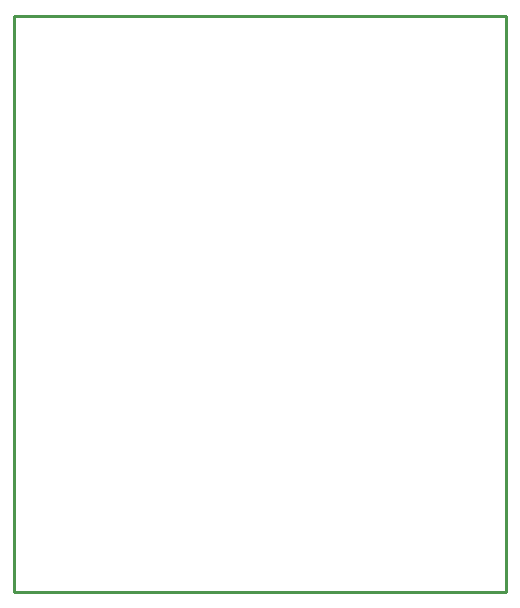
<source format=gbr>
G04 Layer_Color=16711935*
%FSLAX42Y42*%
%MOMM*%
%TF.FileFunction,Other,Mechanical_1*%
%TF.Part,Single*%
G01*
G75*
%TA.AperFunction,NonConductor*%
%ADD19C,0.25*%
D19*
X0Y0D02*
X4170D01*
Y4880D01*
X0D02*
X4170D01*
X0Y0D02*
Y4880D01*
%TF.MD5,93c0a1bd66e3d425d23f5e32658863d3*%
M02*

</source>
